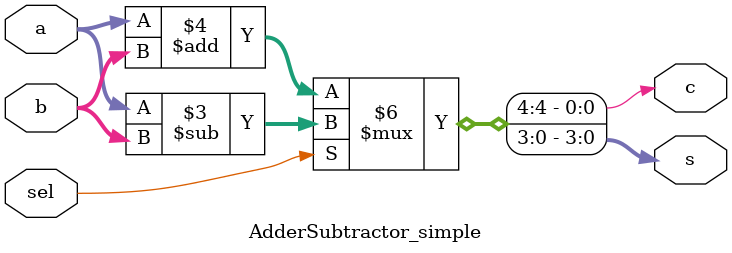
<source format=v>

module AdderSubtractor_simple (a,b,c,s,sel);

input [3:0] a;
input [3:0] b;
input sel;

output reg [3:0] s;
output reg c;

always@(*) begin
    if(sel==1'd1)begin
        {c,s}=a-b;
    end
    else begin
        {c,s}=a+b;
    end
end

endmodule

</source>
